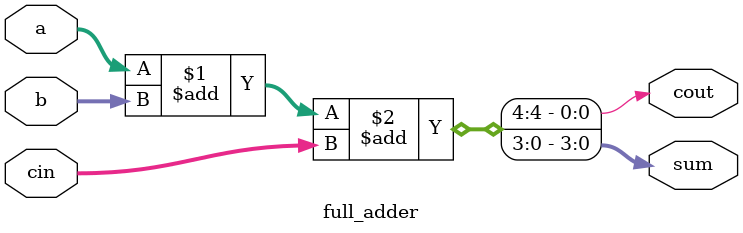
<source format=v>
`timescale 1ns / 1ps
module full_adder(
		input [3:0] a,
		input [3:0] b,
		input [3:0] cin,
		
		output cout,
		output [3:0] sum
    );
	 
	 assign {cout, sum} = a + b + cin;


endmodule

</source>
